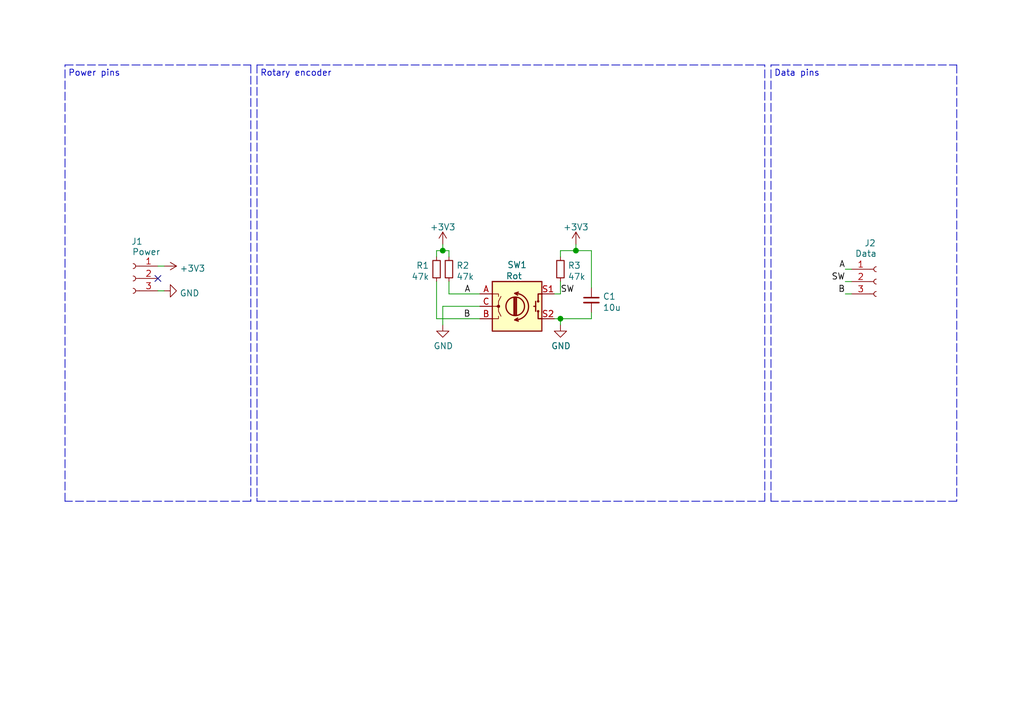
<source format=kicad_sch>
(kicad_sch (version 20210621) (generator eeschema)
  (paper "A5")
  (title_block (title "Rotary encoder module") (date "2021-07-25") (rev "1.0") (company "Alex Carter"))
  (lib_symbols
    (symbol "Connector:Conn_01x03_Female" (pin_names (offset 1.016) hide)
      (property "Reference" "J" (at 0 5.08 0))
      (property "Value" "Conn_01x03_Female" (at 0 -5.08 0))
      (symbol "Conn_01x03_Female_1_1"
        (arc (start 0 -2.032) (end 0 -3.048) (radius (at 0 -2.54) (length 0.508) (angles 90.1 -90.1)) (stroke (width 0.1524)))
        (arc (start 0 0.508) (end 0 -0.508) (radius (at 0 0) (length 0.508) (angles 90.1 -90.1)) (stroke (width 0.1524)))
        (arc (start 0 3.048) (end 0 2.032) (radius (at 0 2.54) (length 0.508) (angles 90.1 -90.1)) (stroke (width 0.1524)))
        (polyline (pts (xy -1.27 -2.54) (xy -0.508 -2.54)) (stroke (width 0.1524)))
        (polyline (pts (xy -1.27 0) (xy -0.508 0)) (stroke (width 0.1524)))
        (polyline (pts (xy -1.27 2.54) (xy -0.508 2.54)) (stroke (width 0.1524)))
        (pin passive line (at -5.08 2.54 0) (length 3.81) (name "Pin_1") (number "1"))
        (pin passive line (at -5.08 0 0) (length 3.81) (name "Pin_2") (number "2"))
        (pin passive line (at -5.08 -2.54 0) (length 3.81) (name "Pin_3") (number "3"))
      )
    )
    (symbol "Device:C_Small" (pin_numbers hide) (pin_names (offset 0.254) hide)
      (property "Reference" "C" (at 0.254 1.778 0))
      (property "Value" "C_Small" (at 0.254 -2.032 0))
      (symbol "C_Small_0_1"
        (polyline (pts (xy -1.524 -0.508) (xy 1.524 -0.508)) (stroke (width 0.3302)))
        (polyline (pts (xy -1.524 0.508) (xy 1.524 0.508)) (stroke (width 0.3048)))
      )
      (symbol "C_Small_1_1"
        (pin passive line (at 0 2.54 270) (length 2.032) (name "~") (number "1"))
        (pin passive line (at 0 -2.54 90) (length 2.032) (name "~") (number "2"))
      )
    )
    (symbol "Device:R_Small" (pin_numbers hide) (pin_names (offset 0.254) hide)
      (property "Reference" "R" (at 0.762 0.508 0))
      (property "Value" "R_Small" (at 0.762 -1.016 0))
      (symbol "R_Small_0_1"
        (rectangle (start -0.762 1.778) (end 0.762 -1.778) (stroke (width 0.2032)))
      )
      (symbol "R_Small_1_1"
        (pin passive line (at 0 2.54 270) (length 0.762) (name "~") (number "1"))
        (pin passive line (at 0 -2.54 90) (length 0.762) (name "~") (number "2"))
      )
    )
    (symbol "Device:Rotary_Encoder_Switch" (pin_names (offset 0.254) hide)
      (property "Reference" "SW" (at 0 6.604 0))
      (property "Value" "Rotary_Encoder_Switch" (at 0 -6.604 0))
      (symbol "Rotary_Encoder_Switch_0_1"
        (arc (start -0.381 -2.794) (end -0.381 2.667) (radius (at -0.381 -0.0508) (length 2.7432) (angles -89.9 89.9)) (stroke (width 0.254)))
        (circle (center -0.381 0) (radius 1.905) (stroke (width 0.254)))
        (circle (center 4.318 -1.016) (radius 0.127) (stroke (width 0.254)))
        (circle (center 4.318 1.016) (radius 0.127) (stroke (width 0.254)))
        (circle (center -3.81 0) (radius 0.254) (fill (type outline)))
        (rectangle (start -5.08 5.08) (end 5.08 -5.08) (stroke (width 0.254)) (fill (type background)))
        (polyline (pts (xy -0.635 -1.778) (xy -0.635 1.778)) (stroke (width 0.254)))
        (polyline (pts (xy -0.381 -1.778) (xy -0.381 1.778)) (stroke (width 0.254)))
        (polyline (pts (xy -0.127 1.778) (xy -0.127 -1.778)) (stroke (width 0.254)))
        (polyline (pts (xy 3.81 0) (xy 3.429 0)) (stroke (width 0.254)))
        (polyline (pts (xy 3.81 1.016) (xy 3.81 -1.016)) (stroke (width 0.254)))
        (polyline (pts (xy -5.08 -2.54) (xy -3.81 -2.54) (xy -3.81 -2.032)))
        (polyline (pts (xy -5.08 2.54) (xy -3.81 2.54) (xy -3.81 2.032)))
        (polyline (pts (xy 0.254 -3.048) (xy -0.508 -2.794) (xy 0.127 -2.413)) (stroke (width 0.254)))
        (polyline (pts (xy 0.254 2.921) (xy -0.508 2.667) (xy 0.127 2.286)) (stroke (width 0.254)))
        (polyline (pts (xy 5.08 -2.54) (xy 4.318 -2.54) (xy 4.318 -1.016)) (stroke (width 0.254)))
        (polyline (pts (xy 5.08 2.54) (xy 4.318 2.54) (xy 4.318 1.016)) (stroke (width 0.254)))
        (polyline (pts (xy -5.08 0) (xy -3.81 0) (xy -3.81 -1.016) (xy -3.302 -2.032)))
        (polyline (pts (xy -4.318 0) (xy -3.81 0) (xy -3.81 1.016) (xy -3.302 2.032)))
      )
      (symbol "Rotary_Encoder_Switch_1_1"
        (pin passive line (at -7.62 2.54 0) (length 2.54) (name "A") (number "A"))
        (pin passive line (at -7.62 -2.54 0) (length 2.54) (name "B") (number "B"))
        (pin passive line (at -7.62 0 0) (length 2.54) (name "C") (number "C"))
        (pin passive line (at 7.62 2.54 180) (length 2.54) (name "S1") (number "S1"))
        (pin passive line (at 7.62 -2.54 180) (length 2.54) (name "S2") (number "S2"))
      )
    )
    (symbol "power:+3.3V" (power) (pin_names (offset 0))
      (property "Value" "+3.3V" (at 0 3.556 0))
      (symbol "+3.3V_0_1"
        (polyline (pts (xy -0.762 1.27) (xy 0 2.54)))
        (polyline (pts (xy 0 0) (xy 0 2.54)))
        (polyline (pts (xy 0 2.54) (xy 0.762 1.27)))
      )
      (symbol "+3.3V_1_1"
        (pin power_in line (at 0 0 90) (length 0) hide (name "+3V3") (number "1"))
      )
    )
    (symbol "power:GND" (power) (pin_names (offset 0))
      (property "Value" "GND" (at 0 -3.81 0))
      (symbol "GND_0_1"
        (polyline (pts (xy 0 0) (xy 0 -1.27) (xy 1.27 -1.27) (xy 0 -2.54) (xy -1.27 -1.27) (xy 0 -1.27)))
      )
      (symbol "GND_1_1"
        (pin power_in line (at 0 0 270) (length 0) hide (name "GND") (number "1"))
      )
    )
  )
  (junction (at 90.805 51.435) (diameter 1.016))
  (junction (at 114.935 65.405) (diameter 1.016))
  (junction (at 118.11 51.435) (diameter 1.016))
  (no_connect (at 32.385 57.15))
  (wire (pts (xy 32.385 54.61) (xy 33.655 54.61)))
  (wire (pts (xy 32.385 59.69) (xy 33.655 59.69)))
  (wire (pts (xy 89.535 51.435) (xy 90.805 51.435)))
  (wire (pts (xy 89.535 52.705) (xy 89.535 51.435)))
  (wire (pts (xy 89.535 65.405) (xy 89.535 57.785)))
  (wire (pts (xy 90.805 50.165) (xy 90.805 51.435)))
  (wire (pts (xy 90.805 51.435) (xy 92.075 51.435)))
  (wire (pts (xy 90.805 62.865) (xy 90.805 66.675)))
  (wire (pts (xy 92.075 51.435) (xy 92.075 52.705)))
  (wire (pts (xy 92.075 60.325) (xy 92.075 57.785)))
  (wire (pts (xy 98.425 60.325) (xy 92.075 60.325)))
  (wire (pts (xy 98.425 62.865) (xy 90.805 62.865)))
  (wire (pts (xy 98.425 65.405) (xy 89.535 65.405)))
  (wire (pts (xy 113.665 60.325) (xy 114.935 60.325)))
  (wire (pts (xy 113.665 65.405) (xy 114.935 65.405)))
  (wire (pts (xy 114.935 51.435) (xy 114.935 52.705)))
  (wire (pts (xy 114.935 57.785) (xy 114.935 60.325)))
  (wire (pts (xy 114.935 65.405) (xy 114.935 66.675)))
  (wire (pts (xy 114.935 65.405) (xy 121.285 65.405)))
  (wire (pts (xy 118.11 50.165) (xy 118.11 51.435)))
  (wire (pts (xy 118.11 51.435) (xy 114.935 51.435)))
  (wire (pts (xy 121.285 51.435) (xy 118.11 51.435)))
  (wire (pts (xy 121.285 59.055) (xy 121.285 51.435)))
  (wire (pts (xy 121.285 65.405) (xy 121.285 64.135)))
  (wire (pts (xy 173.355 55.245) (xy 174.625 55.245)))
  (wire (pts (xy 173.355 57.785) (xy 174.625 57.785)))
  (wire (pts (xy 173.355 60.325) (xy 174.625 60.325)))
  (polyline (pts (xy 13.335 13.335) (xy 51.435 13.335)) (stroke (width 0) (type dash)))
  (polyline (pts (xy 13.335 102.87) (xy 13.335 13.335)) (stroke (width 0) (type dash)))
  (polyline (pts (xy 51.435 13.335) (xy 51.435 102.87)) (stroke (width 0) (type dash)))
  (polyline (pts (xy 51.435 102.87) (xy 13.335 102.87)) (stroke (width 0) (type dash)))
  (polyline (pts (xy 52.705 13.335) (xy 52.705 102.235)) (stroke (width 0) (type dash)))
  (polyline (pts (xy 52.705 102.235) (xy 52.705 102.87)) (stroke (width 0) (type dash)))
  (polyline (pts (xy 52.705 102.87) (xy 156.845 102.87)) (stroke (width 0) (type dash)))
  (polyline (pts (xy 156.845 13.335) (xy 52.705 13.335)) (stroke (width 0) (type dash)))
  (polyline (pts (xy 156.845 102.87) (xy 156.845 13.335)) (stroke (width 0) (type dash)))
  (polyline (pts (xy 158.115 13.335) (xy 196.215 13.335)) (stroke (width 0) (type dash)))
  (polyline (pts (xy 158.115 102.87) (xy 158.115 13.335)) (stroke (width 0) (type dash)))
  (polyline (pts (xy 196.215 13.335) (xy 196.215 102.87)) (stroke (width 0) (type dash)))
  (polyline (pts (xy 196.215 102.87) (xy 158.115 102.87)) (stroke (width 0) (type dash)))
  (text "Power pins" (at 13.97 15.875 0) (effects (font (size 1.27 1.27)) (justify left bottom)))
  (text "Rotary encoder" (at 53.34 15.875 0) (effects (font (size 1.27 1.27)) (justify left bottom)))
  (text "Data pins" (at 158.75 15.875 0) (effects (font (size 1.27 1.27)) (justify left bottom)))
  (label "A" (at 96.52 60.325 180))
  (label "B" (at 96.52 65.405 180))
  (label "SW" (at 114.935 60.325 0))
  (label "A" (at 173.355 55.245 180))
  (label "SW" (at 173.355 57.785 180))
  (label "B" (at 173.355 60.325 180))
  (symbol (lib_id "power:+3.3V") (at 33.655 54.61 270) (unit 1)
    (property "Reference" "#PWR0102" (effects hide))
    (property "Value" "+3.3V" (at 36.8301 55.089 90) (effects (justify left)))
  )
  (symbol (lib_id "power:+3.3V") (at 90.805 50.165 0) (unit 1)
    (property "Reference" "#PWR0101" (effects hide))
    (property "Value" "+3.3V" (at 90.805 46.6176 0))
  )
  (symbol (lib_id "power:+3.3V") (at 118.11 50.165 0) (unit 1)
    (property "Reference" "#PWR0106" (effects hide))
    (property "Value" "+3.3V" (at 118.11 46.6176 0))
  )
  (symbol (lib_id "power:GND") (at 33.655 59.69 90) (unit 1)
    (property "Reference" "#PWR0103" (effects hide))
    (property "Value" "GND" (at 36.8301 60.169 90) (effects (justify right)))
  )
  (symbol (lib_id "power:GND") (at 90.805 66.675 0) (unit 1)
    (property "Reference" "#PWR0104" (effects hide))
    (property "Value" "GND" (at 90.9193 70.9994 0))
  )
  (symbol (lib_id "power:GND") (at 114.935 66.675 0) (unit 1)
    (property "Reference" "#PWR0105" (effects hide))
    (property "Value" "GND" (at 115.0493 70.9994 0))
  )
  (symbol (lib_id "Device:R_Small") (at 89.535 55.245 0) (mirror x) (unit 1)
    (property "Reference" "R1" (at 88.0364 54.4841 0) (effects (justify right)))
    (property "Value" "47k" (at 88.0364 56.7828 0) (effects (justify right)))
    (property "Footprint" "Resistor_SMD:R_0603_1608Metric" (effects hide))
    (property "LCSC Part" "C25819" (effects hide))
  )
  (symbol (lib_id "Device:R_Small") (at 92.075 55.245 180) (unit 1)
    (property "Reference" "R2" (at 93.5736 54.4841 0) (effects (justify right)))
    (property "Value" "47k" (at 93.5736 56.7828 0) (effects (justify right)))
    (property "Footprint" "Resistor_SMD:R_0603_1608Metric" (effects hide))
    (property "LCSC Part" "C25819" (effects hide))
  )
  (symbol (lib_id "Device:R_Small") (at 114.935 55.245 180) (unit 1)
    (property "Reference" "R3" (at 116.4336 54.4841 0) (effects (justify right)))
    (property "Value" "47k" (at 116.4336 56.7828 0) (effects (justify right)))
    (property "Footprint" "Resistor_SMD:R_0603_1608Metric" (effects hide))
    (property "LCSC Part" "C25819" (effects hide))
  )
  (symbol (lib_id "Device:C_Small") (at 121.285 61.595 0) (unit 1)
    (property "Reference" "C1" (at 123.6092 60.8341 0) (effects (justify left)))
    (property "Value" "10u" (at 123.6092 63.1328 0) (effects (justify left)))
    (property "Footprint" "Capacitor_SMD:C_0603_1608Metric" (effects hide))
  )
  (symbol (lib_id "Connector:Conn_01x03_Female") (at 27.305 57.15 0) (mirror y) (unit 1)
    (property "Reference" "J1" (at 28.0924 49.5512 0))
    (property "Value" "Power" (at 29.9974 51.6913 0))
    (property "Footprint" "Connector_PinSocket_2.54mm:PinSocket_1x03_P2.54mm_Vertical" (effects hide))
  )
  (symbol (lib_id "Connector:Conn_01x03_Female") (at 179.705 57.785 0) (unit 1)
    (property "Reference" "J2" (at 177.2413 49.8915 0) (effects (justify left)))
    (property "Value" "Data" (at 175.3363 52.0316 0) (effects (justify left)))
    (property "Footprint" "Connector_PinSocket_2.54mm:PinSocket_1x03_P2.54mm_Vertical" (effects hide))
  )
  (symbol (lib_id "Device:Rotary_Encoder_Switch") (at 106.045 62.865 0) (unit 1)
    (property "Reference" "SW1" (at 106.045 54.3518 0))
    (property "Value" "Rot" (at 105.41 56.6505 0))
    (property "Footprint" "Rotary_Encoder:RotaryEncoder_Alps_EC11E-Switch_Vertical_H20mm" (effects hide))
    (property "LCSC Part" "C143788" (effects hide))
  )
)
</source>
